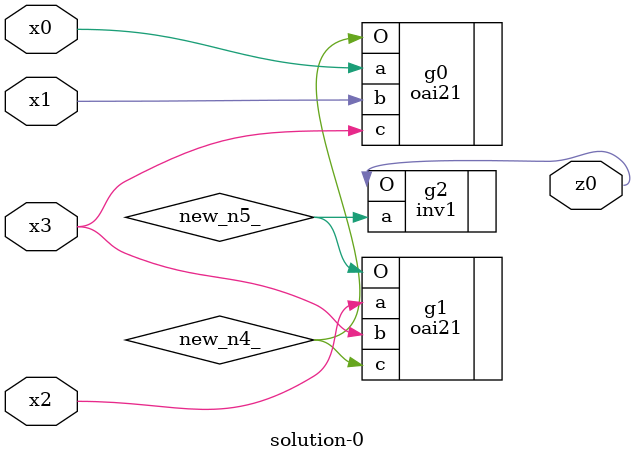
<source format=v>
module \solution-0 (
  x0, x1, x2, x3,
  z0 );
  input x0, x1, x2, x3;
  output z0;
  wire new_n4_, new_n5_;
  oai21  g0(.a(x0), .b(x1), .c(x3), .O(new_n4_));
  oai21  g1(.a(x2), .b(x3), .c(new_n4_), .O(new_n5_));
  inv1  g2(.a(new_n5_), .O(z0));
endmodule

</source>
